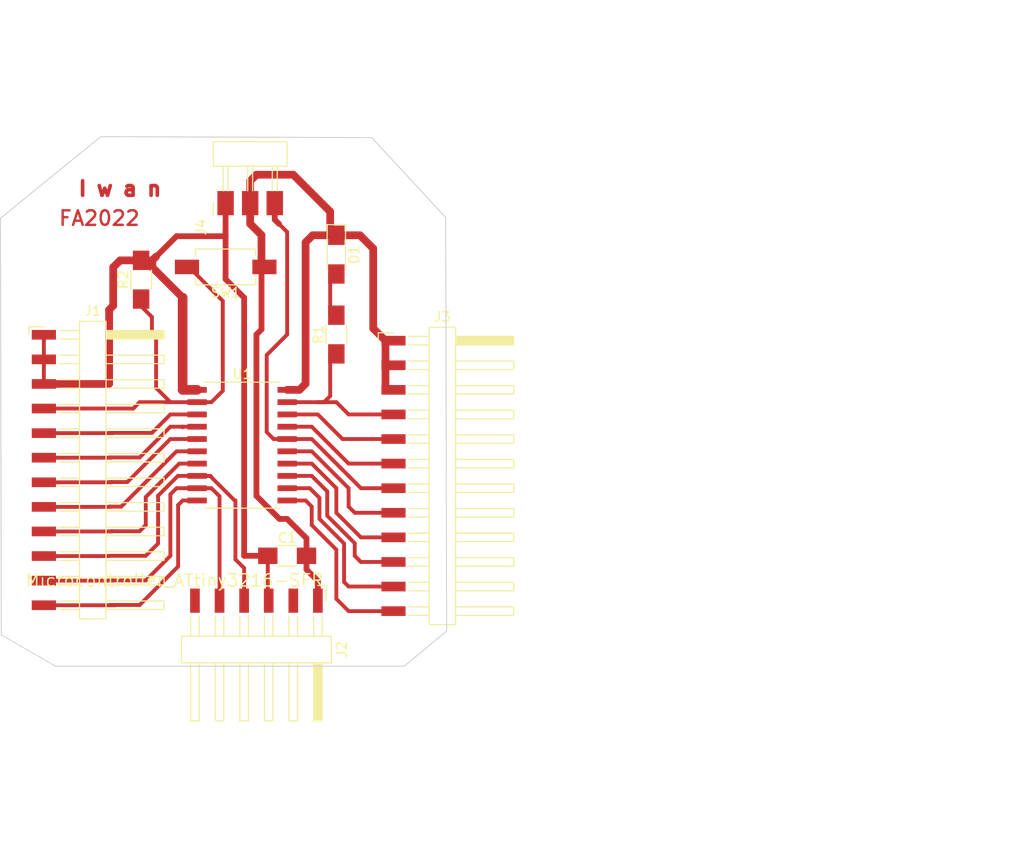
<source format=kicad_pcb>
(kicad_pcb (version 20211014) (generator pcbnew)
  (layers (0 "F.Cu" signal) (31 "B.Cu" signal) (34 "B.Paste" user) (35 "F.Paste" user) (36 "B.SilkS" user "B.Silkscreen") (37 "F.SilkS" user "F.Silkscreen") (38 "B.Mask" user) (39 "F.Mask" user) (44 "Edge.Cuts" user))
  (net 0 "")
  (net 1 "GND")
  (net 2 "VCC")
  (net 3 "Net-(D1-Pad2)")
  (net 4 "/BUTTON")
  (net 5 "/3")
  (net 6 "/4")
  (net 7 "/5")
  (net 8 "/6")
  (net 9 "/7")
  (net 10 "/TX")
  (net 11 "/RX")
  (net 12 "/10")
  (net 15 "/LED")
  (net 16 "/18")
  (net 17 "/17")
  (net 18 "/UPDI")
  (net 19 "/15")
  (net 20 "/14")
  (net 21 "/13")
  (net 22 "/12")
  (net 23 "/11")
  (footprint "fab:PinHeader_1x03_P2.54mm_Horizontal_SMD" (layer "F.Cu") (at 63.49 54.37 90)
    (fp_text reference "J4" (at -1.524 -2.54 90) (layer "F.SilkS") (effects (justify right)))
    (fp_text value "Conn_PinHeader_1x03_P2.54mm_Horizontal_SMD")
    (fp_line (start 3.81 2.794) (end 1.27 2.794) (layer "F.SilkS") (width 0.12))
    (fp_line (start -1.27 -1.27) (end 0 -1.27) (layer "F.SilkS") (width 0.12))
    (fp_line (start 3.81 2.286) (end 1.27 2.286) (layer "F.SilkS") (width 0.12))
    (fp_line (start 3.81 -1.27) (end 6.35 -1.27) (layer "F.SilkS") (width 0.12))
    (fp_line (start 3.81 -0.254) (end 1.27 -0.254) (layer "F.SilkS") (width 0.12))
    (fp_line (start 6.35 -1.27) (end 6.35 6.35) (layer "F.SilkS") (width 0.12))
    (fp_line (start 3.81 0.254) (end 1.27 0.254) (layer "F.SilkS") (width 0.12))
    (fp_line (start 3.81 6.35) (end 3.81 -1.27) (layer "F.SilkS") (width 0.12))
    (fp_line (start 3.81 5.334) (end 1.27 5.334) (layer "F.SilkS") (width 0.12))
    (fp_line (start 3.81 4.826) (end 1.27 4.826) (layer "F.SilkS") (width 0.12))
    (fp_line (start 6.35 6.35) (end 3.81 6.35) (layer "F.SilkS") (width 0.12))
    (pad "1" smd rect locked (at 0 5.08 90) (size 2.5 1.7) (layers "F.Cu" "F.Paste" "F.Mask") (net 18 "/UPDI"))
    (pad "2" smd rect locked (at 0 2.54 90) (size 2.5 1.7) (layers "F.Cu" "F.Paste" "F.Mask") (net 1 "GND"))
    (pad "3" smd rect locked (at 0 0 90) (size 2.5 1.7) (layers "F.Cu" "F.Paste" "F.Mask") (net 2 "VCC"))
  )
  (footprint "fab:Button_C&K_PTS636_6x3.5mm" (layer "F.Cu") (at 63.5 60.96 180)
    (fp_text reference "SW1" (at 0 -2.65) (layer "F.SilkS"))
    (fp_text value "BUTTON_PTS636")
    (fp_line (start -3.1 1.85) (end 3.1 1.85) (layer "F.SilkS") (width 0.12))
    (fp_line (start 3.1 -1.85) (end 3.1 -1.2) (layer "F.SilkS") (width 0.12))
    (fp_line (start -3.1 1.2) (end -3.1 1.85) (layer "F.SilkS") (width 0.12))
    (fp_line (start 3.1 1.85) (end 3.1 1.2) (layer "F.SilkS") (width 0.12))
    (fp_line (start -3.1 -1.85) (end -3.1 -1.2) (layer "F.SilkS") (width 0.12))
    (fp_line (start 3.1 -1.85) (end -3.1 -1.85) (layer "F.SilkS") (width 0.12))
    (pad "1" smd rect locked (at -4 0 180) (size 2.5 1.5) (layers "F.Cu" "F.Paste" "F.Mask") (net 1 "GND"))
    (pad "2" smd rect locked (at 4 0 180) (size 2.5 1.5) (layers "F.Cu" "F.Paste" "F.Mask") (net 4 "/BUTTON"))
  )
  (footprint "fab:C_1206" (layer "F.Cu") (at 69.85 90.805)
    (fp_text reference "C1" (at 0 -1.85) (layer "F.SilkS"))
    (fp_text value "10 uF")
    (fp_line (start -1 -1.07) (end 1 -1.07) (layer "F.SilkS") (width 0.12))
    (fp_line (start 1 1.07) (end -1 1.07) (layer "F.SilkS") (width 0.12))
    (pad "1" smd rect locked (at -2 0) (size 2 1.7) (layers "F.Cu" "F.Paste" "F.Mask") (net 2 "VCC"))
    (pad "2" smd rect locked (at 2 0) (size 2 1.7) (layers "F.Cu" "F.Paste" "F.Mask") (net 1 "GND"))
  )
  (footprint "fab:R_1206" (layer "F.Cu") (at 74.93 67.945 90)
    (fp_text reference "R1" (at 0 -1.85 90) (layer "F.SilkS"))
    (fp_text value "10k")
    (fp_line (start -1 -1.07) (end 1 -1.07) (layer "F.SilkS") (width 0.12))
    (fp_line (start 1 1.07) (end -1 1.07) (layer "F.SilkS") (width 0.12))
    (pad "1" smd rect locked (at -2 0 90) (size 2 1.7) (layers "F.Cu" "F.Paste" "F.Mask") (net 15 "/LED"))
    (pad "2" smd rect locked (at 2 0 90) (size 2 1.7) (layers "F.Cu" "F.Paste" "F.Mask") (net 3 "Net-(D1-Pad2)"))
  )
  (footprint "Connector_Harwin:Harwin_M20-89012xx_1x12_P2.54mm_Horizontal" (layer "F.Cu") (at 50.2412 81.9404)
    (fp_text reference "J1" (at -0.48 -16.44) (layer "F.SilkS"))
    (fp_text value "Conn_01x12_Male")
    (fp_line (start -3.955 -8.45) (end -1.845 -8.45) (layer "F.SilkS") (width 0.12))
    (fp_line (start 6.895 -6.79) (end 6.895 -5.91) (layer "F.SilkS") (width 0.12))
    (fp_line (start -7.095 -13.97) (end -7.095 -14.79) (layer "F.SilkS") (width 0.12))
    (fp_line (start 6.895 -13.53) (end 0.895 -13.53) (layer "F.SilkS") (width 0.12))
    (fp_line (start 0.895 -14.41) (end 6.895 -14.41) (layer "F.SilkS") (width 0.12))
    (fp_line (start 6.895 3.37) (end 6.895 4.25) (layer "F.SilkS") (width 0.12))
    (fp_line (start -3.955 9.33) (end -1.845 9.33) (layer "F.SilkS") (width 0.12))
    (fp_line (start 6.895 -9.33) (end 6.895 -8.45) (layer "F.SilkS") (width 0.12))
    (fp_line (start -3.955 -10.99) (end -1.845 -10.99) (layer "F.SilkS") (width 0.12))
    (fp_line (start -3.955 -3.37) (end -1.845 -3.37) (layer "F.SilkS") (width 0.12))
    (fp_line (start -3.955 -0.83) (end -1.845 -0.83) (layer "F.SilkS") (width 0.12))
    (fp_line (start 6.895 5.91) (end 6.895 6.79) (layer "F.SilkS") (width 0.12))
    (fp_line (start 6.895 -14.41) (end 6.895 -13.53) (layer "F.SilkS") (width 0.12))
    (fp_line (start 0.895 15.36) (end -1.845 15.36) (layer "F.SilkS") (width 0.12))
    (fp_line (start 0.895 13.53) (end 6.895 13.53) (layer "F.SilkS") (width 0.12))
    (fp_line (start -7.095 -14.79) (end -5.525 -14.79) (layer "F.SilkS") (width 0.12))
    (fp_line (start -3.955 -11.87) (end -1.845 -11.87) (layer "F.SilkS") (width 0.12))
    (fp_line (start 0.895 8.45) (end 6.895 8.45) (layer "F.SilkS") (width 0.12))
    (fp_line (start 6.895 10.99) (end 6.895 11.87) (layer "F.SilkS") (width 0.12))
    (fp_line (start -1.845 15.36) (end -1.845 -15.36) (layer "F.SilkS") (width 0.12))
    (fp_line (start 6.895 1.71) (end 0.895 1.71) (layer "F.SilkS") (width 0.12))
    (fp_line (start 6.895 -10.99) (end 0.895 -10.99) (layer "F.SilkS") (width 0.12))
    (fp_line (start 0.895 3.37) (end 6.895 3.37) (layer "F.SilkS") (width 0.12))
    (fp_line (start -3.955 -5.91) (end -1.845 -5.91) (layer "F.SilkS") (width 0.12))
    (fp_line (start 0.895 -6.79) (end 6.895 -6.79) (layer "F.SilkS") (width 0.12))
    (fp_line (start 0.895 5.91) (end 6.895 5.91) (layer "F.SilkS") (width 0.12))
    (fp_line (start -3.955 10.99) (end -1.845 10.99) (layer "F.SilkS") (width 0.12))
    (fp_line (start 0.895 -11.87) (end 6.895 -11.87) (layer "F.SilkS") (width 0.12))
    (fp_line (start -3.955 3.37) (end -1.845 3.37) (layer "F.SilkS") (width 0.12))
    (fp_line (start -3.955 14.41) (end -1.845 14.41) (layer "F.SilkS") (width 0.12))
    (fp_line (start 0.895 -4.25) (end 6.895 -4.25) (layer "F.SilkS") (width 0.12))
    (fp_line (start -3.955 8.45) (end -1.845 8.45) (layer "F.SilkS") (width 0.12))
    (fp_line (start -1.845 -15.36) (end 0.895 -15.36) (layer "F.SilkS") (width 0.12))
    (fp_line (start 6.895 -1.71) (end 6.895 -0.83) (layer "F.SilkS") (width 0.12))
    (fp_line (start 6.895 6.79) (end 0.895 6.79) (layer "F.SilkS") (width 0.12))
    (fp_line (start -3.955 0.83) (end -1.845 0.83) (layer "F.SilkS") (width 0.12))
    (fp_line (start 6.895 -0.83) (end 0.895 -0.83) (layer "F.SilkS") (width 0.12))
    (fp_line (start 6.895 -3.37) (end 0.895 -3.37) (layer "F.SilkS") (width 0.12))
    (fp_line (start -3.955 6.79) (end -1.845 6.79) (layer "F.SilkS") (width 0.12))
    (fp_line (start -3.955 -14.41) (end -1.845 -14.41) (layer "F.SilkS") (width 0.12))
    (fp_line (start 6.895 0.83) (end 6.895 1.71) (layer "F.SilkS") (width 0.12))
    (fp_line (start 6.895 14.41) (end 0.895 14.41) (layer "F.SilkS") (width 0.12))
    (fp_line (start 0.895 -9.33) (end 6.895 -9.33) (layer "F.SilkS") (width 0.12))
    (fp_line (start 6.895 13.53) (end 6.895 14.41) (layer "F.SilkS") (width 0.12))
    (fp_line (start -3.955 1.71) (end -1.845 1.71) (layer "F.SilkS") (width 0.12))
    (fp_line (start -3.955 -6.79) (end -1.845 -6.79) (layer "F.SilkS") (width 0.12))
    (fp_line (start 6.895 8.45) (end 6.895 9.33) (layer "F.SilkS") (width 0.12))
    (fp_line (start 0.895 10.99) (end 6.895 10.99) (layer "F.SilkS") (width 0.12))
    (fp_line (start -3.955 11.87) (end -1.845 11.87) (layer "F.SilkS") (width 0.12))
    (fp_line (start -3.955 4.25) (end -1.845 4.25) (layer "F.SilkS") (width 0.12))
    (fp_line (start -3.955 13.53) (end -1.845 13.53) (layer "F.SilkS") (width 0.12))
    (fp_line (start -3.955 5.91) (end -1.845 5.91) (layer "F.SilkS") (width 0.12))
    (fp_line (start 0.895 -15.36) (end 0.895 15.36) (layer "F.SilkS") (width 0.12))
    (fp_line (start 6.895 11.87) (end 0.895 11.87) (layer "F.SilkS") (width 0.12))
    (fp_line (start -3.955 -1.71) (end -1.845 -1.71) (layer "F.SilkS") (width 0.12))
    (fp_line (start 6.895 -11.87) (end 6.895 -10.99) (layer "F.SilkS") (width 0.12))
    (fp_line (start 6.895 -5.91) (end 0.895 -5.91) (layer "F.SilkS") (width 0.12))
    (fp_line (start 6.895 -8.45) (end 0.895 -8.45) (layer "F.SilkS") (width 0.12))
    (fp_line (start -3.955 -9.33) (end -1.845 -9.33) (layer "F.SilkS") (width 0.12))
    (fp_line (start 6.895 -4.25) (end 6.895 -3.37) (layer "F.SilkS") (width 0.12))
    (fp_line (start 0.895 -1.71) (end 6.895 -1.71) (layer "F.SilkS") (width 0.12))
    (fp_line (start 6.895 4.25) (end 0.895 4.25) (layer "F.SilkS") (width 0.12))
    (fp_line (start -3.955 -4.25) (end -1.845 -4.25) (layer "F.SilkS") (width 0.12))
    (fp_line (start 6.895 9.33) (end 0.895 9.33) (layer "F.SilkS") (width 0.12))
    (fp_line (start -3.955 -13.53) (end -1.845 -13.53) (layer "F.SilkS") (width 0.12))
    (fp_line (start 0.895 0.83) (end 6.895 0.83) (layer "F.SilkS") (width 0.12))
    (pad "" smd rect (at 3.895 -13.97) (size 6 0.76) (layers "F.SilkS"))
    (pad "1" smd rect (at -5.525 -13.97) (size 2.5 1) (layers "F.Cu" "F.Paste" "F.Mask") (net 2 "VCC"))
    (pad "2" smd rect (at -5.525 -11.43) (size 2.5 1) (layers "F.Cu" "F.Paste" "F.Mask") (net 2 "VCC"))
    (pad "3" smd rect (at -5.525 -8.89) (size 2.5 1) (layers "F.Cu" "F.Paste" "F.Mask") (net 2 "VCC"))
    (pad "4" smd rect (at -5.525 -6.35) (size 2.5 1) (layers "F.Cu" "F.Paste" "F.Mask") (net 4 "/BUTTON"))
    (pad "5" smd rect (at -5.525 -3.81) (size 2.5 1) (layers "F.Cu" "F.Paste" "F.Mask") (net 5 "/3"))
    (pad "6" smd rect (at -5.525 -1.27) (size 2.5 1) (layers "F.Cu" "F.Paste" "F.Mask") (net 6 "/4"))
    (pad "7" smd rect (at -5.525 1.27) (size 2.5 1) (layers "F.Cu" "F.Paste" "F.Mask") (net 7 "/5"))
    (pad "8" smd rect (at -5.525 3.81) (size 2.5 1) (layers "F.Cu" "F.Paste" "F.Mask") (net 8 "/6"))
    (pad "9" smd rect (at -5.525 6.35) (size 2.5 1) (layers "F.Cu" "F.Paste" "F.Mask") (net 9 "/7"))
    (pad "10" smd rect (at -5.525 8.89) (size 2.5 1) (layers "F.Cu" "F.Paste" "F.Mask") (net 10 "/TX"))
    (pad "11" smd rect (at -5.525 11.43) (size 2.5 1) (layers "F.Cu" "F.Paste" "F.Mask") (net 11 "/RX"))
    (pad "12" smd rect (at -5.525 13.97) (size 2.5 1) (layers "F.Cu" "F.Paste" "F.Mask") (net 12 "/10"))
  )
  (footprint "fab:LED_1206" (layer "F.Cu") (at 74.93 59.69 -90)
    (fp_text reference "D1" (at 0 -1.85 -90) (layer "F.SilkS"))
    (fp_text value "LED")
    (fp_line (start -3.1 -0.95) (end -3.1 0.95) (layer "F.SilkS") (width 0.12))
    (fp_line (start -3.1 0.95) (end 1.6 0.95) (layer "F.SilkS") (width 0.12))
    (fp_line (start -3.1 -0.95) (end 1.6 -0.95) (layer "F.SilkS") (width 0.12))
    (pad "1" smd rect locked (at -2 0 270) (size 2 1.7) (layers "F.Cu" "F.Paste" "F.Mask") (net 1 "GND"))
    (pad "2" smd rect locked (at 2 0 270) (size 2 1.7) (layers "F.Cu" "F.Paste" "F.Mask") (net 3 "Net-(D1-Pad2)"))
  )
  (footprint "Connector_Harwin:Harwin_M20-89006xx_1x06_P2.54mm_Horizontal" (layer "F.Cu") (at 66.675 100.965 -90)
    (fp_text reference "J2" (at -0.48 -8.82 -90) (layer "F.SilkS"))
    (fp_text value "Conn_PinHeader_FTDI_1x06_P2.54mm_Horizontal_SMD")
    (fp_line (start -3.955 -5.91) (end -1.845 -5.91) (layer "F.SilkS") (width 0.12))
    (fp_line (start -3.955 4.25) (end -1.845 4.25) (layer "F.SilkS") (width 0.12))
    (fp_line (start -3.955 -4.25) (end -1.845 -4.25) (layer "F.SilkS") (width 0.12))
    (fp_line (start 6.895 -3.37) (end 0.895 -3.37) (layer "F.SilkS") (width 0.12))
    (fp_line (start -3.955 0.83) (end -1.845 0.83) (layer "F.SilkS") (width 0.12))
    (fp_line (start -3.955 -0.83) (end -1.845 -0.83) (layer "F.SilkS") (width 0.12))
    (fp_line (start -3.955 -1.71) (end -1.845 -1.71) (layer "F.SilkS") (width 0.12))
    (fp_line (start -3.955 5.91) (end -1.845 5.91) (layer "F.SilkS") (width 0.12))
    (fp_line (start -1.845 -7.74) (end 0.895 -7.74) (layer "F.SilkS") (width 0.12))
    (fp_line (start 6.895 -4.25) (end 6.895 -3.37) (layer "F.SilkS") (width 0.12))
    (fp_line (start 0.895 5.91) (end 6.895 5.91) (layer "F.SilkS") (width 0.12))
    (fp_line (start 0.895 3.37) (end 6.895 3.37) (layer "F.SilkS") (width 0.12))
    (fp_line (start -3.955 -3.37) (end -1.845 -3.37) (layer "F.SilkS") (width 0.12))
    (fp_line (start -1.845 7.74) (end -1.845 -7.74) (layer "F.SilkS") (width 0.12))
    (fp_line (start 6.895 -6.79) (end 6.895 -5.91) (layer "F.SilkS") (width 0.12))
    (fp_line (start 6.895 3.37) (end 6.895 4.25) (layer "F.SilkS") (width 0.12))
    (fp_line (start -7.095 -7.17) (end -5.525 -7.17) (layer "F.SilkS") (width 0.12))
    (fp_line (start -3.955 1.71) (end -1.845 1.71) (layer "F.SilkS") (width 0.12))
    (fp_line (start 6.895 5.91) (end 6.895 6.79) (layer "F.SilkS") (width 0.12))
    (fp_line (start 6.895 -1.71) (end 6.895 -0.83) (layer "F.SilkS") (width 0.12))
    (fp_line (start 6.895 6.79) (end 0.895 6.79) (layer "F.SilkS") (width 0.12))
    (fp_line (start 0.895 -7.74) (end 0.895 7.74) (layer "F.SilkS") (width 0.12))
    (fp_line (start 6.895 -0.83) (end 0.895 -0.83) (layer "F.SilkS") (width 0.12))
    (fp_line (start 6.895 -5.91) (end 0.895 -5.91) (layer "F.SilkS") (width 0.12))
    (fp_line (start -3.955 3.37) (end -1.845 3.37) (layer "F.SilkS") (width 0.12))
    (fp_line (start 0.895 7.74) (end -1.845 7.74) (layer "F.SilkS") (width 0.12))
    (fp_line (start -3.955 6.79) (end -1.845 6.79) (layer "F.SilkS") (width 0.12))
    (fp_line (start 0.895 -1.71) (end 6.895 -1.71) (layer "F.SilkS") (width 0.12))
    (fp_line (start 0.895 0.83) (end 6.895 0.83) (layer "F.SilkS") (width 0.12))
    (fp_line (start 0.895 -4.25) (end 6.895 -4.25) (layer "F.SilkS") (width 0.12))
    (fp_line (start 6.895 4.25) (end 0.895 4.25) (layer "F.SilkS") (width 0.12))
    (fp_line (start 6.895 1.71) (end 0.895 1.71) (layer "F.SilkS") (width 0.12))
    (fp_line (start -7.095 -6.35) (end -7.095 -7.17) (layer "F.SilkS") (width 0.12))
    (fp_line (start 6.895 0.83) (end 6.895 1.71) (layer "F.SilkS") (width 0.12))
    (fp_line (start 0.895 -6.79) (end 6.895 -6.79) (layer "F.SilkS") (width 0.12))
    (fp_line (start -3.955 -6.79) (end -1.845 -6.79) (layer "F.SilkS") (width 0.12))
    (pad "" smd rect (at 3.895 -6.35 270) (size 6 0.76) (layers "F.SilkS"))
    (pad "1" smd rect (at -5.525 -6.35 270) (size 2.5 1) (layers "F.Cu" "F.Paste" "F.Mask") (net 1 "GND"))
    (pad "2" smd rect (at -5.525 -3.81 270) (size 2.5 1) (layers "F.Cu" "F.Paste" "F.Mask"))
    (pad "3" smd rect (at -5.525 -1.27 270) (size 2.5 1) (layers "F.Cu" "F.Paste" "F.Mask") (net 2 "VCC"))
    (pad "4" smd rect (at -5.525 1.27 270) (size 2.5 1) (layers "F.Cu" "F.Paste" "F.Mask") (net 10 "/TX"))
    (pad "5" smd rect (at -5.525 3.81 270) (size 2.5 1) (layers "F.Cu" "F.Paste" "F.Mask") (net 11 "/RX"))
    (pad "6" smd rect (at -5.525 6.35 270) (size 2.5 1) (layers "F.Cu" "F.Paste" "F.Mask"))
  )
  (footprint "Connector_Harwin:Harwin_M20-89012xx_1x12_P2.54mm_Horizontal" (layer "F.Cu") (at 86.36 82.55)
    (fp_text reference "J3" (at -0.48 -16.44) (layer "F.SilkS"))
    (fp_text value "Conn_01x12_Male")
    (fp_line (start 6.895 13.53) (end 6.895 14.41) (layer "F.SilkS") (width 0.12))
    (fp_line (start -3.955 3.37) (end -1.845 3.37) (layer "F.SilkS") (width 0.12))
    (fp_line (start -3.955 6.79) (end -1.845 6.79) (layer "F.SilkS") (width 0.12))
    (fp_line (start 0.895 -15.36) (end 0.895 15.36) (layer "F.SilkS") (width 0.12))
    (fp_line (start 6.895 -11.87) (end 6.895 -10.99) (layer "F.SilkS") (width 0.12))
    (fp_line (start -3.955 -6.79) (end -1.845 -6.79) (layer "F.SilkS") (width 0.12))
    (fp_line (start -3.955 10.99) (end -1.845 10.99) (layer "F.SilkS") (width 0.12))
    (fp_line (start 6.895 -1.71) (end 6.895 -0.83) (layer "F.SilkS") (width 0.12))
    (fp_line (start -3.955 13.53) (end -1.845 13.53) (layer "F.SilkS") (width 0.12))
    (fp_line (start -3.955 11.87) (end -1.845 11.87) (layer "F.SilkS") (width 0.12))
    (fp_line (start -3.955 -3.37) (end -1.845 -3.37) (layer "F.SilkS") (width 0.12))
    (fp_line (start 0.895 -9.33) (end 6.895 -9.33) (layer "F.SilkS") (width 0.12))
    (fp_line (start 6.895 0.83) (end 6.895 1.71) (layer "F.SilkS") (width 0.12))
    (fp_line (start 6.895 -14.41) (end 6.895 -13.53) (layer "F.SilkS") (width 0.12))
    (fp_line (start -7.095 -14.79) (end -5.525 -14.79) (layer "F.SilkS") (width 0.12))
    (fp_line (start -3.955 -0.83) (end -1.845 -0.83) (layer "F.SilkS") (width 0.12))
    (fp_line (start 6.895 -0.83) (end 0.895 -0.83) (layer "F.SilkS") (width 0.12))
    (fp_line (start 0.895 -6.79) (end 6.895 -6.79) (layer "F.SilkS") (width 0.12))
    (fp_line (start 6.895 -4.25) (end 6.895 -3.37) (layer "F.SilkS") (width 0.12))
    (fp_line (start 0.895 5.91) (end 6.895 5.91) (layer "F.SilkS") (width 0.12))
    (fp_line (start 6.895 8.45) (end 6.895 9.33) (layer "F.SilkS") (width 0.12))
    (fp_line (start -1.845 15.36) (end -1.845 -15.36) (layer "F.SilkS") (width 0.12))
    (fp_line (start -3.955 4.25) (end -1.845 4.25) (layer "F.SilkS") (width 0.12))
    (fp_line (start 6.895 -6.79) (end 6.895 -5.91) (layer "F.SilkS") (width 0.12))
    (fp_line (start 6.895 -13.53) (end 0.895 -13.53) (layer "F.SilkS") (width 0.12))
    (fp_line (start 0.895 15.36) (end -1.845 15.36) (layer "F.SilkS") (width 0.12))
    (fp_line (start 6.895 9.33) (end 0.895 9.33) (layer "F.SilkS") (width 0.12))
    (fp_line (start 6.895 14.41) (end 0.895 14.41) (layer "F.SilkS") (width 0.12))
    (fp_line (start 6.895 -5.91) (end 0.895 -5.91) (layer "F.SilkS") (width 0.12))
    (fp_line (start -3.955 0.83) (end -1.845 0.83) (layer "F.SilkS") (width 0.12))
    (fp_line (start 6.895 11.87) (end 0.895 11.87) (layer "F.SilkS") (width 0.12))
    (fp_line (start -3.955 -14.41) (end -1.845 -14.41) (layer "F.SilkS") (width 0.12))
    (fp_line (start 0.895 -4.25) (end 6.895 -4.25) (layer "F.SilkS") (width 0.12))
    (fp_line (start 6.895 -9.33) (end 6.895 -8.45) (layer "F.SilkS") (width 0.12))
    (fp_line (start -3.955 -5.91) (end -1.845 -5.91) (layer "F.SilkS") (width 0.12))
    (fp_line (start -3.955 14.41) (end -1.845 14.41) (layer "F.SilkS") (width 0.12))
    (fp_line (start -3.955 -11.87) (end -1.845 -11.87) (layer "F.SilkS") (width 0.12))
    (fp_line (start 0.895 3.37) (end 6.895 3.37) (layer "F.SilkS") (width 0.12))
    (fp_line (start 6.895 -10.99) (end 0.895 -10.99) (layer "F.SilkS") (width 0.12))
    (fp_line (start -3.955 -9.33) (end -1.845 -9.33) (layer "F.SilkS") (width 0.12))
    (fp_line (start -3.955 1.71) (end -1.845 1.71) (layer "F.SilkS") (width 0.12))
    (fp_line (start 6.895 5.91) (end 6.895 6.79) (layer "F.SilkS") (width 0.12))
    (fp_line (start 6.895 -3.37) (end 0.895 -3.37) (layer "F.SilkS") (width 0.12))
    (fp_line (start 0.895 0.83) (end 6.895 0.83) (layer "F.SilkS") (width 0.12))
    (fp_line (start -3.955 9.33) (end -1.845 9.33) (layer "F.SilkS") (width 0.12))
    (fp_line (start 0.895 -11.87) (end 6.895 -11.87) (layer "F.SilkS") (width 0.12))
    (fp_line (start -3.955 8.45) (end -1.845 8.45) (layer "F.SilkS") (width 0.12))
    (fp_line (start 0.895 -1.71) (end 6.895 -1.71) (layer "F.SilkS") (width 0.12))
    (fp_line (start -3.955 -10.99) (end -1.845 -10.99) (layer "F.SilkS") (width 0.12))
    (fp_line (start 6.895 3.37) (end 6.895 4.25) (layer "F.SilkS") (width 0.12))
    (fp_line (start -3.955 -13.53) (end -1.845 -13.53) (layer "F.SilkS") (width 0.12))
    (fp_line (start -3.955 -8.45) (end -1.845 -8.45) (layer "F.SilkS") (width 0.12))
    (fp_line (start 6.895 -8.45) (end 0.895 -8.45) (layer "F.SilkS") (width 0.12))
    (fp_line (start 0.895 13.53) (end 6.895 13.53) (layer "F.SilkS") (width 0.12))
    (fp_line (start 0.895 10.99) (end 6.895 10.99) (layer "F.SilkS") (width 0.12))
    (fp_line (start -7.095 -13.97) (end -7.095 -14.79) (layer "F.SilkS") (width 0.12))
    (fp_line (start 6.895 1.71) (end 0.895 1.71) (layer "F.SilkS") (width 0.12))
    (fp_line (start -3.955 -1.71) (end -1.845 -1.71) (layer "F.SilkS") (width 0.12))
    (fp_line (start 0.895 -14.41) (end 6.895 -14.41) (layer "F.SilkS") (width 0.12))
    (fp_line (start 6.895 4.25) (end 0.895 4.25) (layer "F.SilkS") (width 0.12))
    (fp_line (start 6.895 10.99) (end 6.895 11.87) (layer "F.SilkS") (width 0.12))
    (fp_line (start -3.955 -4.25) (end -1.845 -4.25) (layer "F.SilkS") (width 0.12))
    (fp_line (start -1.845 -15.36) (end 0.895 -15.36) (layer "F.SilkS") (width 0.12))
    (fp_line (start 6.895 6.79) (end 0.895 6.79) (layer "F.SilkS") (width 0.12))
    (fp_line (start -3.955 5.91) (end -1.845 5.91) (layer "F.SilkS") (width 0.12))
    (fp_line (start 0.895 8.45) (end 6.895 8.45) (layer "F.SilkS") (width 0.12))
    (pad "" smd rect (at 3.895 -13.97) (size 6 0.76) (layers "F.SilkS"))
    (pad "1" smd rect (at -5.525 -13.97) (size 2.5 1) (layers "F.Cu" "F.Paste" "F.Mask") (net 1 "GND"))
    (pad "2" smd rect (at -5.525 -11.43) (size 2.5 1) (layers "F.Cu" "F.Paste" "F.Mask") (net 1 "GND"))
    (pad "3" smd rect (at -5.525 -8.89) (size 2.5 1) (layers "F.Cu" "F.Paste" "F.Mask") (net 1 "GND"))
    (pad "4" smd rect (at -5.525 -6.35) (size 2.5 1) (layers "F.Cu" "F.Paste" "F.Mask") (net 15 "/LED"))
    (pad "5" smd rect (at -5.525 -3.81) (size 2.5 1) (layers "F.Cu" "F.Paste" "F.Mask") (net 16 "/18"))
    (pad "6" smd rect (at -5.525 -1.27) (size 2.5 1) (layers "F.Cu" "F.Paste" "F.Mask") (net 17 "/17"))
    (pad "7" smd rect (at -5.525 1.27) (size 2.5 1) (layers "F.Cu" "F.Paste" "F.Mask") (net 18 "/UPDI"))
    (pad "8" smd rect (at -5.525 3.81) (size 2.5 1) (layers "F.Cu" "F.Paste" "F.Mask") (net 19 "/15"))
    (pad "9" smd rect (at -5.525 6.35) (size 2.5 1) (layers "F.Cu" "F.Paste" "F.Mask") (net 20 "/14"))
    (pad "10" smd rect (at -5.525 8.89) (size 2.5 1) (layers "F.Cu" "F.Paste" "F.Mask") (net 21 "/13"))
    (pad "11" smd rect (at -5.525 11.43) (size 2.5 1) (layers "F.Cu" "F.Paste" "F.Mask") (net 22 "/12"))
    (pad "12" smd rect (at -5.525 13.97) (size 2.5 1) (layers "F.Cu" "F.Paste" "F.Mask") (net 23 "/11"))
  )
  (footprint "fab:R_1206" (layer "F.Cu") (at 54.7624 62.2808 90)
    (fp_text reference "R2" (at 0 -1.85 90) (layer "F.SilkS"))
    (fp_text value "10k")
    (fp_line (start -1 -1.07) (end 1 -1.07) (layer "F.SilkS") (width 0.12))
    (fp_line (start 1 1.07) (end -1 1.07) (layer "F.SilkS") (width 0.12))
    (pad "1" smd rect locked (at -2 0 90) (size 2 1.7) (layers "F.Cu" "F.Paste" "F.Mask") (net 4 "/BUTTON"))
    (pad "2" smd rect locked (at 2 0 90) (size 2 1.7) (layers "F.Cu" "F.Paste" "F.Mask") (net 2 "VCC"))
  )
  (footprint "fab:SOIC-20_7.5x12.8mm_P1.27mm" (layer "F.Cu") (at 65.2 79.375)
    (fp_text reference "U1" (at 0 -7.35) (layer "F.SilkS"))
    (fp_text value "Microcontroller_ATtiny3216-SFR" (at -6.985 13.97) (layer "F.SilkS") (effects (font (size 1.27 1.27))))
    (fp_line (start 0 -6.51) (end 3.86 -6.51) (layer "F.SilkS") (width 0.12))
    (fp_line (start 0 6.51) (end 3.86 6.51) (layer "F.SilkS") (width 0.12))
    (fp_line (start 0 6.51) (end -3.86 6.51) (layer "F.SilkS") (width 0.12))
    (fp_line (start 0 -6.51) (end -3.86 -6.51) (layer "F.SilkS") (width 0.12))
    (pad "1" smd rect locked (at -4.65 -5.715) (size 2 0.6) (layers "F.Cu" "F.Paste" "F.Mask") (net 2 "VCC"))
    (pad "2" smd rect locked (at -4.65 -4.445) (size 2 0.6) (layers "F.Cu" "F.Paste" "F.Mask") (net 4 "/BUTTON"))
    (pad "3" smd rect locked (at -4.65 -3.175) (size 2 0.6) (layers "F.Cu" "F.Paste" "F.Mask") (net 5 "/3"))
    (pad "4" smd rect locked (at -4.65 -1.905) (size 2 0.6) (layers "F.Cu" "F.Paste" "F.Mask") (net 6 "/4"))
    (pad "5" smd rect locked (at -4.65 -0.635) (size 2 0.6) (layers "F.Cu" "F.Paste" "F.Mask") (net 7 "/5"))
    (pad "6" smd rect locked (at -4.65 0.635) (size 2 0.6) (layers "F.Cu" "F.Paste" "F.Mask") (net 8 "/6"))
    (pad "7" smd rect locked (at -4.65 1.905) (size 2 0.6) (layers "F.Cu" "F.Paste" "F.Mask") (net 9 "/7"))
    (pad "8" smd rect locked (at -4.65 3.175) (size 2 0.6) (layers "F.Cu" "F.Paste" "F.Mask") (net 10 "/TX"))
    (pad "9" smd rect locked (at -4.65 4.445) (size 2 0.6) (layers "F.Cu" "F.Paste" "F.Mask") (net 11 "/RX"))
    (pad "10" smd rect locked (at -4.65 5.715) (size 2 0.6) (layers "F.Cu" "F.Paste" "F.Mask") (net 12 "/10"))
    (pad "11" smd rect locked (at 4.65 5.715) (size 2 0.6) (layers "F.Cu" "F.Paste" "F.Mask") (net 23 "/11"))
    (pad "12" smd rect locked (at 4.65 4.445) (size 2 0.6) (layers "F.Cu" "F.Paste" "F.Mask") (net 22 "/12"))
    (pad "13" smd rect locked (at 4.65 3.175) (size 2 0.6) (layers "F.Cu" "F.Paste" "F.Mask") (net 21 "/13"))
    (pad "14" smd rect locked (at 4.65 1.905) (size 2 0.6) (layers "F.Cu" "F.Paste" "F.Mask") (net 20 "/14"))
    (pad "15" smd rect locked (at 4.65 0.635) (size 2 0.6) (layers "F.Cu" "F.Paste" "F.Mask") (net 19 "/15"))
    (pad "16" smd rect locked (at 4.65 -0.635) (size 2 0.6) (layers "F.Cu" "F.Paste" "F.Mask") (net 18 "/UPDI"))
    (pad "17" smd rect locked (at 4.65 -1.905) (size 2 0.6) (layers "F.Cu" "F.Paste" "F.Mask") (net 17 "/17"))
    (pad "18" smd rect locked (at 4.65 -3.175) (size 2 0.6) (layers "F.Cu" "F.Paste" "F.Mask") (net 16 "/18"))
    (pad "19" smd rect locked (at 4.65 -4.445) (size 2 0.6) (layers "F.Cu" "F.Paste" "F.Mask") (net 15 "/LED"))
    (pad "20" smd rect locked (at 4.65 -5.715) (size 2 0.6) (layers "F.Cu" "F.Paste" "F.Mask") (net 1 "GND"))
  )
  (gr_poly (pts (xy 86.227355 55.852953) (xy 86.328955 98.575753) (xy 81.9404 102.2096) (xy 45.9232 102.2096) (xy 40.320711 98.97788) (xy 40.2336 55.9308) (xy 50.5968 47.498) (xy 78.5876 47.5996)) (layer "Edge.Cuts") (width 0.1) (fill none))
  (gr_text "I w a n" (at 52.578 52.8828) (layer "F.Cu") (effects (font (size 1.5 1.5) (thickness 0.375))))
  (gr_text "FA2022" (at 50.4444 55.9308) (layer "F.Cu") (effects (font (size 1.5 1.5) (thickness 0.25))))
  (segment (start 71.85 90.805) (end 71.85 92.2208) (width 0.6) (layer "F.Cu") (net 1))
  (segment (start 66.675 51.435) (end 66.03 52.08) (width 0.8) (layer "F.Cu") (net 1))
  (segment (start 67.2 57.675) (end 66.03 56.505) (width 0.8) (layer "F.Cu") (net 1))
  (segment (start 69.85 86.995) (end 71.85 88.995) (width 0.6) (layer "F.Cu") (net 1))
  (segment (start 67.2 60.635) (end 67.2 67.42) (width 0.6) (layer "F.Cu") (net 1))
  (segment (start 70.485 51.435) (end 66.675 51.435) (width 0.8) (layer "F.Cu") (net 1))
  (segment (start 66.03 52.08) (end 66.03 54.37) (width 0.8) (layer "F.Cu") (net 1))
  (segment (start 80.01 68.58) (end 80.01 71.12) (width 0.8) (layer "F.Cu") (net 1))
  (segment (start 78.74 67.31) (end 80.01 68.58) (width 0.8) (layer "F.Cu") (net 1))
  (segment (start 74.295 57.69) (end 72.485 57.69) (width 0.8) (layer "F.Cu") (net 1))
  (segment (start 69.055978 86.995) (end 69.85 86.995) (width 0.6) (layer "F.Cu") (net 1))
  (segment (start 71.85 92.2208) (end 73.025 93.3958) (width 0.6) (layer "F.Cu") (net 1))
  (segment (start 66.675 84.614022) (end 69.055978 86.995) (width 0.6) (layer "F.Cu") (net 1))
  (segment (start 71.85 88.995) (end 71.85 90.805) (width 0.6) (layer "F.Cu") (net 1))
  (segment (start 66.03 56.505) (end 66.03 54.37) (width 0.8) (layer "F.Cu") (net 1))
  (segment (start 72.485 57.69) (end 71.755 58.42) (width 0.8) (layer "F.Cu") (net 1))
  (segment (start 71.755 73.025) (end 71.12 73.66) (width 0.8) (layer "F.Cu") (net 1))
  (segment (start 77.375 57.69) (end 78.74 59.055) (width 0.8) (layer "F.Cu") (net 1))
  (segment (start 67.2 67.42) (end 66.675 67.945) (width 0.6) (layer "F.Cu") (net 1))
  (segment (start 73.025 93.3958) (end 73.025 95.44) (width 0.6) (layer "F.Cu") (net 1))
  (segment (start 71.12 73.66) (end 69.85 73.66) (width 0.8) (layer "F.Cu") (net 1))
  (segment (start 74.295 55.245) (end 70.485 51.435) (width 0.8) (layer "F.Cu") (net 1))
  (segment (start 74.295 57.69) (end 74.295 55.245) (width 0.8) (layer "F.Cu") (net 1))
  (segment (start 67.2 57.675) (end 67.2 60.635) (width 0.8) (layer "F.Cu") (net 1))
  (segment (start 80.01 71.12) (end 80.01 73.66) (width 0.8) (layer "F.Cu") (net 1))
  (segment (start 71.755 58.42) (end 71.755 73.025) (width 0.8) (layer "F.Cu") (net 1))
  (segment (start 66.675 67.945) (end 66.675 84.614022) (width 0.6) (layer "F.Cu") (net 1))
  (segment (start 74.295 57.69) (end 77.375 57.69) (width 0.8) (layer "F.Cu") (net 1))
  (segment (start 78.74 59.055) (end 78.74 67.31) (width 0.8) (layer "F.Cu") (net 1))
  (segment (start 63.49 57.775) (end 63.49 57.16) (width 0.6) (layer "F.Cu") (net 2))
  (segment (start 55.9242 60.2808) (end 55.9242 61.0042) (width 0.8) (layer "F.Cu") (net 2))
  (segment (start 56.31 59.895) (end 58.42 57.785) (width 0.6) (layer "F.Cu") (net 2))
  (segment (start 52.5968 60.2808) (end 54.7624 60.2808) (width 0.8) (layer "F.Cu") (net 2))
  (segment (start 67.85 95.345) (end 67.945 95.44) (width 0.6) (layer "F.Cu") (net 2))
  (segment (start 63.49 57.785) (end 63.49 57.16) (width 0.4) (layer "F.Cu") (net 2))
  (segment (start 63.5 57.785) (end 63.49 57.775) (width 0.6) (layer "F.Cu") (net 2))
  (segment (start 54.7624 60.2808) (end 55.9242 60.2808) (width 0.8) (layer "F.Cu") (net 2))
  (segment (start 55.9242 61.0042) (end 59.055 64.135) (width 0.8) (layer "F.Cu") (net 2))
  (segment (start 55.9242 60.2808) (end 56.31 59.895) (width 0.8) (layer "F.Cu") (net 2))
  (segment (start 63.49 57.16) (end 63.49 54.37) (width 0.6) (layer "F.Cu") (net 2))
  (segment (start 51.435 65.405) (end 51.88 64.96) (width 0.8) (layer "F.Cu") (net 2))
  (segment (start 59.055 64.135) (end 59.055 73.66) (width 1) (layer "F.Cu") (net 2))
  (segment (start 59.055 73.66) (end 60.55 73.66) (width 1) (layer "F.Cu") (net 2))
  (segment (start 51.46 65.43) (end 51.46 73.025) (width 0.8) (layer "F.Cu") (net 2))
  (segment (start 67.85 90.805) (end 67.85 95.345) (width 0.4) (layer "F.Cu") (net 2))
  (segment (start 65.405 64.135) (end 65.405 90.805) (width 0.6) (layer "F.Cu") (net 2))
  (segment (start 44.7162 67.9704) (end 44.7162 73.0504) (width 0.4) (layer "F.Cu") (net 2))
  (segment (start 51.46 73.025) (end 51.4346 73.0504) (width 0.8) (layer "F.Cu") (net 2))
  (segment (start 51.46 65.43) (end 51.435 65.405) (width 0.4) (layer "F.Cu") (net 2))
  (segment (start 65.405 90.805) (end 67.85 90.805) (width 0.6) (layer "F.Cu") (net 2))
  (segment (start 51.4346 73.0504) (end 44.7162 73.0504) (width 0.8) (layer "F.Cu") (net 2))
  (segment (start 51.88 64.96) (end 51.88 60.9976) (width 0.8) (layer "F.Cu") (net 2))
  (segment (start 58.42 57.785) (end 63.5 57.785) (width 0.6) (layer "F.Cu") (net 2))
  (segment (start 63.49 62.22) (end 65.405 64.135) (width 0.6) (layer "F.Cu") (net 2))
  (segment (start 51.88 60.9976) (end 52.5968 60.2808) (width 0.8) (layer "F.Cu") (net 2))
  (segment (start 67.945 90.71) (end 67.85 90.805) (width 0.6) (layer "F.Cu") (net 2))
  (segment (start 63.49 57.16) (end 63.49 62.22) (width 0.6) (layer "F.Cu") (net 2))
  (segment (start 74.295 65.945) (end 74.295 61.69) (width 0.4) (layer "F.Cu") (net 3))
  (segment (start 54.7624 65.0174) (end 55.88 66.135) (width 0.4) (layer "F.Cu") (net 4))
  (segment (start 57.785 74.93) (end 54.61 74.93) (width 0.4) (layer "F.Cu") (net 4))
  (segment (start 63.2 73.755) (end 63.2 64.47) (width 0.4) (layer "F.Cu") (net 4))
  (segment (start 53.9496 75.5904) (end 44.7162 75.5904) (width 0.4) (layer "F.Cu") (net 4))
  (segment (start 54.7624 64.2808) (end 54.7624 65.0174) (width 0.4) (layer "F.Cu") (net 4))
  (segment (start 60.55 74.93) (end 62.025 74.93) (width 0.4) (layer "F.Cu") (net 4))
  (segment (start 57.785 74.93) (end 56.31 73.455) (width 0.4) (layer "F.Cu") (net 4))
  (segment (start 56.31 73.455) (end 56.31 68.04) (width 0.4) (layer "F.Cu") (net 4))
  (segment (start 54.61 74.93) (end 53.9496 75.5904) (width 0.4) (layer "F.Cu") (net 4))
  (segment (start 63.2 64.47) (end 59.69 60.96) (width 0.4) (layer "F.Cu") (net 4))
  (segment (start 55.88 66.135) (end 55.88 67.61) (width 0.4) (layer "F.Cu") (net 4))
  (segment (start 55.88 67.61) (end 56.31 68.04) (width 0.4) (layer "F.Cu") (net 4))
  (segment (start 62.025 74.93) (end 63.2 73.755) (width 0.4) (layer "F.Cu") (net 4))
  (segment (start 59.69 60.96) (end 59.5 60.96) (width 0.4) (layer "F.Cu") (net 4))
  (segment (start 60.55 74.93) (end 57.785 74.93) (width 0.4) (layer "F.Cu") (net 4))
  (segment (start 55.88 78.105) (end 51.8414 78.105) (width 0.4) (layer "F.Cu") (net 5))
  (segment (start 57.785 76.2) (end 55.88 78.105) (width 0.4) (layer "F.Cu") (net 5))
  (segment (start 60.55 76.2) (end 57.785 76.2) (width 0.4) (layer "F.Cu") (net 5))
  (segment (start 51.8414 78.105) (end 51.46 78.105) (width 0.4) (layer "F.Cu") (net 5))
  (segment (start 51.816 78.1304) (end 44.7162 78.1304) (width 0.4) (layer "F.Cu") (net 5))
  (segment (start 51.8414 78.105) (end 51.816 78.1304) (width 0.4) (layer "F.Cu") (net 5))
  (segment (start 54.61 80.645) (end 51.689 80.645) (width 0.4) (layer "F.Cu") (net 6))
  (segment (start 51.6636 80.6704) (end 44.7162 80.6704) (width 0.4) (layer "F.Cu") (net 6))
  (segment (start 57.785 77.47) (end 54.61 80.645) (width 0.4) (layer "F.Cu") (net 6))
  (segment (start 60.55 77.47) (end 59.055 77.47) (width 0.4) (layer "F.Cu") (net 6))
  (segment (start 51.689 80.645) (end 51.6636 80.6704) (width 0.4) (layer "F.Cu") (net 6))
  (segment (start 51.689 80.645) (end 51.46 80.645) (width 0.4) (layer "F.Cu") (net 6))
  (segment (start 59.055 77.47) (end 57.785 77.47) (width 0.4) (layer "F.Cu") (net 6))
  (segment (start 59.055 77.47) (end 59.055 77.53154) (width 0.4) (layer "F.Cu") (net 6))
  (segment (start 51.7398 83.185) (end 51.46 83.185) (width 0.4) (layer "F.Cu") (net 7))
  (segment (start 57.785 78.74) (end 53.34 83.185) (width 0.4) (layer "F.Cu") (net 7))
  (segment (start 53.34 83.185) (end 51.7398 83.185) (width 0.4) (layer "F.Cu") (net 7))
  (segment (start 51.7398 83.185) (end 51.7144 83.2104) (width 0.4) (layer "F.Cu") (net 7))
  (segment (start 51.7144 83.2104) (end 44.7162 83.2104) (width 0.4) (layer "F.Cu") (net 7))
  (segment (start 60.55 78.74) (end 57.785 78.74) (width 0.4) (layer "F.Cu") (net 7))
  (segment (start 51.562 85.7504) (end 44.7162 85.7504) (width 0.4) (layer "F.Cu") (net 8))
  (segment (start 51.5874 85.725) (end 51.46 85.725) (width 0.4) (layer "F.Cu") (net 8))
  (segment (start 51.5874 85.725) (end 51.562 85.7504) (width 0.4) (layer "F.Cu") (net 8))
  (segment (start 58.42 80.01) (end 52.705 85.725) (width 0.4) (layer "F.Cu") (net 8))
  (segment (start 52.705 85.725) (end 51.5874 85.725) (width 0.4) (layer "F.Cu") (net 8))
  (segment (start 60.55 80.01) (end 58.42 80.01) (width 0.4) (layer "F.Cu") (net 8))
  (segment (start 54.61 88.265) (end 51.7398 88.265) (width 0.4) (layer "F.Cu") (net 9))
  (segment (start 58.698616 81.28) (end 55.245 84.733616) (width 0.4) (layer "F.Cu") (net 9))
  (segment (start 51.7398 88.265) (end 51.46 88.265) (width 0.4) (layer "F.Cu") (net 9))
  (segment (start 51.7398 88.265) (end 51.7144 88.2904) (width 0.4) (layer "F.Cu") (net 9))
  (segment (start 55.245 84.733616) (end 55.245 87.63) (width 0.4) (layer "F.Cu") (net 9))
  (segment (start 55.245 87.63) (end 54.61 88.265) (width 0.4) (layer "F.Cu") (net 9))
  (segment (start 51.7144 88.2904) (end 44.7162 88.2904) (width 0.4) (layer "F.Cu") (net 9))
  (segment (start 60.55 81.28) (end 58.698616 81.28) (width 0.4) (layer "F.Cu") (net 9))
  (segment (start 64.50548 85.09) (end 64.50548 91.177593) (width 0.4) (layer "F.Cu") (net 10))
  (segment (start 51.4346 90.8304) (end 44.7162 90.8304) (width 0.4) (layer "F.Cu") (net 10))
  (segment (start 56.515 84.594308) (end 56.515 89.535) (width 0.4) (layer "F.Cu") (net 10))
  (segment (start 64.425692 85.09) (end 64.50548 85.09) (width 0.4) (layer "F.Cu") (net 10))
  (segment (start 64.50548 91.177593) (end 65.405 92.077113) (width 0.4) (layer "F.Cu") (net 10))
  (segment (start 55.245 90.805) (end 51.46 90.805) (width 0.4) (layer "F.Cu") (net 10))
  (segment (start 56.515 89.535) (end 55.245 90.805) (width 0.4) (layer "F.Cu") (net 10))
  (segment (start 61.885692 82.55) (end 64.425692 85.09) (width 0.4) (layer "F.Cu") (net 10))
  (segment (start 61.6204 82.55) (end 61.95 82.55) (width 0.4) (layer "F.Cu") (net 10))
  (segment (start 58.559308 82.55) (end 56.515 84.594308) (width 0.4) (layer "F.Cu") (net 10))
  (segment (start 60.55 82.55) (end 58.559308 82.55) (width 0.4) (layer "F.Cu") (net 10))
  (segment (start 65.405 92.077113) (end 65.405 95.44) (width 0.4) (layer "F.Cu") (net 10))
  (segment (start 51.46 90.805) (end 51.4346 90.8304) (width 0.4) (layer "F.Cu") (net 10))
  (segment (start 60.55 82.55) (end 61.6204 82.55) (width 0.4) (layer "F.Cu") (net 10))
  (segment (start 61.6204 82.55) (end 61.885692 82.55) (width 0.4) (layer "F.Cu") (net 10))
  (segment (start 51.8668 93.3704) (end 44.7162 93.3704) (width 0.4) (layer "F.Cu") (net 11))
  (segment (start 57.785 90.805) (end 55.245 93.345) (width 0.4) (layer "F.Cu") (net 11))
  (segment (start 62.865 84.66) (end 62.865 95.44) (width 0.4) (layer "F.Cu") (net 11))
  (segment (start 51.8922 93.345) (end 51.46 93.345) (width 0.4) (layer "F.Cu") (net 11))
  (segment (start 58.42 83.82) (end 57.785 84.455) (width 0.4) (layer "F.Cu") (net 11))
  (segment (start 55.245 93.345) (end 51.8922 93.345) (width 0.4) (layer "F.Cu") (net 11))
  (segment (start 51.8922 93.345) (end 51.8668 93.3704) (width 0.4) (layer "F.Cu") (net 11))
  (segment (start 57.785 84.455) (end 57.785 90.805) (width 0.4) (layer "F.Cu") (net 11))
  (segment (start 62.025 83.82) (end 62.865 84.66) (width 0.4) (layer "F.Cu") (net 11))
  (segment (start 60.55 83.82) (end 62.025 83.82) (width 0.4) (layer "F.Cu") (net 11))
  (segment (start 60.55 83.82) (end 58.42 83.82) (width 0.4) (layer "F.Cu") (net 11))
  (segment (start 58.58452 91.91048) (end 54.61 95.885) (width 0.4) (layer "F.Cu") (net 12))
  (segment (start 52.07 95.9104) (end 44.7162 95.9104) (width 0.4) (layer "F.Cu") (net 12))
  (segment (start 52.0954 95.885) (end 51.46 95.885) (width 0.4) (layer "F.Cu") (net 12))
  (segment (start 52.0954 95.885) (end 52.07 95.9104) (width 0.4) (layer "F.Cu") (net 12))
  (segment (start 60.55 85.09) (end 59.055 85.09) (width 0.4) (layer "F.Cu") (net 12))
  (segment (start 54.61 95.885) (end 52.0954 95.885) (width 0.4) (layer "F.Cu") (net 12))
  (segment (start 58.58452 85.56048) (end 58.58452 91.91048) (width 0.4) (layer "F.Cu") (net 12))
  (segment (start 59.055 85.09) (end 58.58452 85.56048) (width 0.4) (layer "F.Cu") (net 12))
  (segment (start 74.93 74.93) (end 76.2 76.2) (width 0.4) (layer "F.Cu") (net 15))
  (segment (start 73.025 74.93) (end 73.66 74.93) (width 0.4) (layer "F.Cu") (net 15))
  (segment (start 73.025 74.93) (end 74.93 74.93) (width 0.4) (layer "F.Cu") (net 15))
  (segment (start 73.66 74.93) (end 74.295 74.295) (width 0.4) (layer "F.Cu") (net 15))
  (segment (start 74.295 74.295) (end 74.295 69.945) (width 0.4) (layer "F.Cu") (net 15))
  (segment (start 69.85 74.93) (end 73.025 74.93) (width 0.4) (layer "F.Cu") (net 15))
  (segment (start 76.2 76.2) (end 80.01 76.2) (width 0.4) (layer "F.Cu") (net 15))
  (segment (start 73.025 76.2) (end 75.565 78.74) (width 0.4) (layer "F.Cu") (net 16))
  (segment (start 75.565 78.74) (end 80.01 78.74) (width 0.4) (layer "F.Cu") (net 16))
  (segment (start 69.85 76.2) (end 73.025 76.2) (width 0.4) (layer "F.Cu") (net 16))
  (segment (start 69.85 77.47) (end 72.39 77.47) (width 0.4) (layer "F.Cu") (net 17))
  (segment (start 72.39 77.47) (end 76.2 81.28) (width 0.4) (layer "F.Cu") (net 17))
  (segment (start 76.2 81.28) (end 80.01 81.28) (width 0.4) (layer "F.Cu") (net 17))
  (segment (start 69.01 56.515) (end 68.57 56.075) (width 0.6) (layer "F.Cu") (net 18))
  (segment (start 68.57 56.075) (end 68.57 54.37) (width 0.6) (layer "F.Cu") (net 18))
  (segment (start 72.39 78.74) (end 77.47 83.82) (width 0.4) (layer "F.Cu") (net 18))
  (segment (start 68.45 78.74) (end 67.74 78.03) (width 0.4) (layer "F.Cu") (net 18))
  (segment (start 69.85 78.74) (end 72.39 78.74) (width 0.4) (layer "F.Cu") (net 18))
  (segment (start 77.47 83.82) (end 80.01 83.82) (width 0.4) (layer "F.Cu") (net 18))
  (segment (start 69.85 78.74) (end 68.45 78.74) (width 0.4) (layer "F.Cu") (net 18))
  (segment (start 67.74 70.057114) (end 69.85 67.947114) (width 0.4) (layer "F.Cu") (net 18))
  (segment (start 69.85 67.947114) (end 69.85 57.355) (width 0.4) (layer "F.Cu") (net 18))
  (segment (start 67.74 78.03) (end 67.74 70.057114) (width 0.4) (layer "F.Cu") (net 18))
  (segment (start 69.85 57.355) (end 69.01 56.515) (width 0.4) (layer "F.Cu") (net 18))
  (segment (start 76.2 85.725) (end 76.835 86.36) (width 0.4) (layer "F.Cu") (net 19))
  (segment (start 76.835 86.36) (end 80.01 86.36) (width 0.4) (layer "F.Cu") (net 19))
  (segment (start 69.85 80.01) (end 72.39 80.01) (width 0.4) (layer "F.Cu") (net 19))
  (segment (start 72.39 80.01) (end 76.2 83.82) (width 0.4) (layer "F.Cu") (net 19))
  (segment (start 76.2 83.82) (end 76.2 85.725) (width 0.4) (layer "F.Cu") (net 19))
  (segment (start 77.47 88.9) (end 80.01 88.9) (width 0.4) (layer "F.Cu") (net 20))
  (segment (start 74.93 86.36) (end 77.47 88.9) (width 0.4) (layer "F.Cu") (net 20))
  (segment (start 69.85 81.28) (end 72.39 81.28) (width 0.4) (layer "F.Cu") (net 20))
  (segment (start 72.39 81.28) (end 74.93 83.82) (width 0.4) (layer "F.Cu") (net 20))
  (segment (start 74.93 83.82) (end 74.93 86.36) (width 0.4) (layer "F.Cu") (net 20))
  (segment (start 77.47 91.44) (end 80.01 91.44) (width 0.4) (layer "F.Cu") (net 21))
  (segment (start 76.835 90.805) (end 77.47 91.44) (width 0.4) (layer "F.Cu") (net 21))
  (segment (start 76.835 89.509788) (end 76.835 90.805) (width 0.4) (layer "F.Cu") (net 21))
  (segment (start 73.98904 84.14904) (end 73.98904 86.663828) (width 0.4) (layer "F.Cu") (net 21))
  (segment (start 73.98904 86.663828) (end 76.835 89.509788) (width 0.4) (layer "F.Cu") (net 21))
  (segment (start 69.85 82.55) (end 72.39 82.55) (width 0.4) (layer "F.Cu") (net 21))
  (segment (start 72.39 82.55) (end 73.98904 84.14904) (width 0.4) (layer "F.Cu") (net 21))
  (segment (start 73.18952 84.82452) (end 72.185 83.82) (width 0.4) (layer "F.Cu") (net 22))
  (segment (start 75.72952 89.535) (end 73.18952 86.995) (width 0.4) (layer "F.Cu") (net 22))
  (segment (start 76.2 93.98) (end 75.72952 93.50952) (width 0.4) (layer "F.Cu") (net 22))
  (segment (start 76.2 93.98) (end 80.01 93.98) (width 0.4) (layer "F.Cu") (net 22))
  (segment (start 72.185 83.82) (end 69.85 83.82) (width 0.4) (layer "F.Cu") (net 22))
  (segment (start 75.72952 93.50952) (end 75.72952 89.535) (width 0.4) (layer "F.Cu") (net 22))
  (segment (start 73.18952 86.995) (end 73.18952 84.82452) (width 0.4) (layer "F.Cu") (net 22))
  (segment (start 72.39 87.63) (end 74.93 90.17) (width 0.4) (layer "F.Cu") (net 23))
  (segment (start 71.755 85.09) (end 72.39 85.725) (width 0.4) (layer "F.Cu") (net 23))
  (segment (start 74.93 90.17) (end 74.93 95.25) (width 0.4) (layer "F.Cu") (net 23))
  (segment (start 72.39 85.725) (end 72.39 87.63) (width 0.4) (layer "F.Cu") (net 23))
  (segment (start 76.2 96.52) (end 80.01 96.52) (width 0.4) (layer "F.Cu") (net 23))
  (segment (start 74.93 95.25) (end 76.2 96.52) (width 0.4) (layer "F.Cu") (net 23))
  (segment (start 69.85 85.09) (end 71.755 85.09) (width 0.4) (layer "F.Cu") (net 23))
)
</source>
